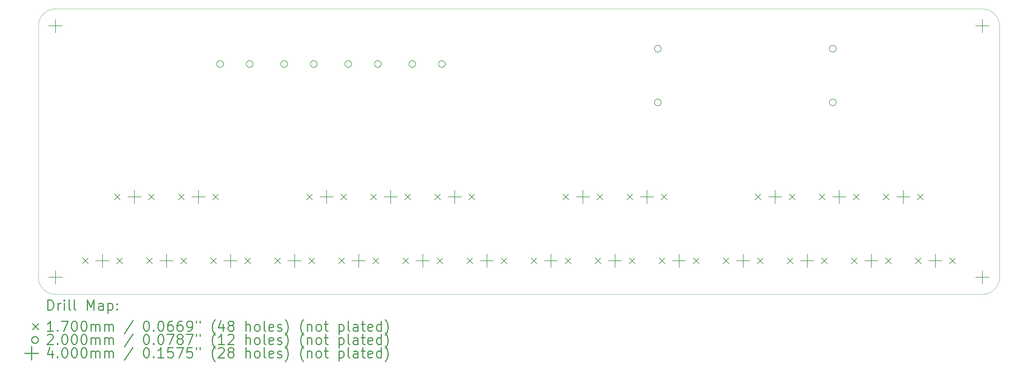
<source format=gbr>
%FSLAX45Y45*%
G04 Gerber Fmt 4.5, Leading zero omitted, Abs format (unit mm)*
G04 Created by KiCad (PCBNEW (5.1.10)-1) date 2021-09-29 18:40:03*
%MOMM*%
%LPD*%
G01*
G04 APERTURE LIST*
%TA.AperFunction,Profile*%
%ADD10C,0.050000*%
%TD*%
%ADD11C,0.200000*%
%ADD12C,0.300000*%
G04 APERTURE END LIST*
D10*
X29210000Y-5397500D02*
X29210000Y-5461000D01*
X29210000Y-5080000D02*
X29210000Y-5397500D01*
X635000Y-5080000D02*
X635000Y-5461000D01*
X28702000Y-4572000D02*
X1143000Y-4572000D01*
X635000Y-5080000D02*
G75*
G02*
X1143000Y-4572000I508000J0D01*
G01*
X29210000Y-5461000D02*
X29210000Y-5969000D01*
X635000Y-12573000D02*
X635000Y-5461000D01*
X29210000Y-12573000D02*
X29210000Y-5969000D01*
X1143000Y-13081000D02*
X28702000Y-13081000D01*
X28702000Y-4572000D02*
G75*
G02*
X29210000Y-5080000I0J-508000D01*
G01*
X29210000Y-12573000D02*
G75*
G02*
X28702000Y-13081000I-508000J0D01*
G01*
X1143000Y-13081000D02*
G75*
G02*
X635000Y-12573000I0J508000D01*
G01*
D11*
X1945500Y-11990000D02*
X2115500Y-12160000D01*
X2115500Y-11990000D02*
X1945500Y-12160000D01*
X2898000Y-10085000D02*
X3068000Y-10255000D01*
X3068000Y-10085000D02*
X2898000Y-10255000D01*
X2961500Y-11990000D02*
X3131500Y-12160000D01*
X3131500Y-11990000D02*
X2961500Y-12160000D01*
X3850500Y-11990000D02*
X4020500Y-12160000D01*
X4020500Y-11990000D02*
X3850500Y-12160000D01*
X3914000Y-10085000D02*
X4084000Y-10255000D01*
X4084000Y-10085000D02*
X3914000Y-10255000D01*
X4803000Y-10085000D02*
X4973000Y-10255000D01*
X4973000Y-10085000D02*
X4803000Y-10255000D01*
X4866500Y-11990000D02*
X5036500Y-12160000D01*
X5036500Y-11990000D02*
X4866500Y-12160000D01*
X5755500Y-11990000D02*
X5925500Y-12160000D01*
X5925500Y-11990000D02*
X5755500Y-12160000D01*
X5819000Y-10085000D02*
X5989000Y-10255000D01*
X5989000Y-10085000D02*
X5819000Y-10255000D01*
X6771500Y-11990000D02*
X6941500Y-12160000D01*
X6941500Y-11990000D02*
X6771500Y-12160000D01*
X7660500Y-11990000D02*
X7830500Y-12160000D01*
X7830500Y-11990000D02*
X7660500Y-12160000D01*
X8613000Y-10085000D02*
X8783000Y-10255000D01*
X8783000Y-10085000D02*
X8613000Y-10255000D01*
X8676500Y-11990000D02*
X8846500Y-12160000D01*
X8846500Y-11990000D02*
X8676500Y-12160000D01*
X9565500Y-11990000D02*
X9735500Y-12160000D01*
X9735500Y-11990000D02*
X9565500Y-12160000D01*
X9629000Y-10085000D02*
X9799000Y-10255000D01*
X9799000Y-10085000D02*
X9629000Y-10255000D01*
X10518000Y-10085000D02*
X10688000Y-10255000D01*
X10688000Y-10085000D02*
X10518000Y-10255000D01*
X10581500Y-11990000D02*
X10751500Y-12160000D01*
X10751500Y-11990000D02*
X10581500Y-12160000D01*
X11470500Y-11990000D02*
X11640500Y-12160000D01*
X11640500Y-11990000D02*
X11470500Y-12160000D01*
X11534000Y-10085000D02*
X11704000Y-10255000D01*
X11704000Y-10085000D02*
X11534000Y-10255000D01*
X12423000Y-10085000D02*
X12593000Y-10255000D01*
X12593000Y-10085000D02*
X12423000Y-10255000D01*
X12486500Y-11990000D02*
X12656500Y-12160000D01*
X12656500Y-11990000D02*
X12486500Y-12160000D01*
X13375500Y-11990000D02*
X13545500Y-12160000D01*
X13545500Y-11990000D02*
X13375500Y-12160000D01*
X13439000Y-10085000D02*
X13609000Y-10255000D01*
X13609000Y-10085000D02*
X13439000Y-10255000D01*
X14391500Y-11990000D02*
X14561500Y-12160000D01*
X14561500Y-11990000D02*
X14391500Y-12160000D01*
X15280500Y-11990000D02*
X15450500Y-12160000D01*
X15450500Y-11990000D02*
X15280500Y-12160000D01*
X16233000Y-10085000D02*
X16403000Y-10255000D01*
X16403000Y-10085000D02*
X16233000Y-10255000D01*
X16296500Y-11990000D02*
X16466500Y-12160000D01*
X16466500Y-11990000D02*
X16296500Y-12160000D01*
X17185500Y-11990000D02*
X17355500Y-12160000D01*
X17355500Y-11990000D02*
X17185500Y-12160000D01*
X17249000Y-10085000D02*
X17419000Y-10255000D01*
X17419000Y-10085000D02*
X17249000Y-10255000D01*
X18138000Y-10085000D02*
X18308000Y-10255000D01*
X18308000Y-10085000D02*
X18138000Y-10255000D01*
X18201500Y-11990000D02*
X18371500Y-12160000D01*
X18371500Y-11990000D02*
X18201500Y-12160000D01*
X19090500Y-11990000D02*
X19260500Y-12160000D01*
X19260500Y-11990000D02*
X19090500Y-12160000D01*
X19154000Y-10085000D02*
X19324000Y-10255000D01*
X19324000Y-10085000D02*
X19154000Y-10255000D01*
X20106500Y-11990000D02*
X20276500Y-12160000D01*
X20276500Y-11990000D02*
X20106500Y-12160000D01*
X20995500Y-11990000D02*
X21165500Y-12160000D01*
X21165500Y-11990000D02*
X20995500Y-12160000D01*
X21948000Y-10085000D02*
X22118000Y-10255000D01*
X22118000Y-10085000D02*
X21948000Y-10255000D01*
X22011500Y-11990000D02*
X22181500Y-12160000D01*
X22181500Y-11990000D02*
X22011500Y-12160000D01*
X22900500Y-11990000D02*
X23070500Y-12160000D01*
X23070500Y-11990000D02*
X22900500Y-12160000D01*
X22964000Y-10085000D02*
X23134000Y-10255000D01*
X23134000Y-10085000D02*
X22964000Y-10255000D01*
X23853000Y-10085000D02*
X24023000Y-10255000D01*
X24023000Y-10085000D02*
X23853000Y-10255000D01*
X23916500Y-11990000D02*
X24086500Y-12160000D01*
X24086500Y-11990000D02*
X23916500Y-12160000D01*
X24805500Y-11990000D02*
X24975500Y-12160000D01*
X24975500Y-11990000D02*
X24805500Y-12160000D01*
X24869000Y-10085000D02*
X25039000Y-10255000D01*
X25039000Y-10085000D02*
X24869000Y-10255000D01*
X25758000Y-10085000D02*
X25928000Y-10255000D01*
X25928000Y-10085000D02*
X25758000Y-10255000D01*
X25821500Y-11990000D02*
X25991500Y-12160000D01*
X25991500Y-11990000D02*
X25821500Y-12160000D01*
X26710500Y-11990000D02*
X26880500Y-12160000D01*
X26880500Y-11990000D02*
X26710500Y-12160000D01*
X26774000Y-10085000D02*
X26944000Y-10255000D01*
X26944000Y-10085000D02*
X26774000Y-10255000D01*
X27726500Y-11990000D02*
X27896500Y-12160000D01*
X27896500Y-11990000D02*
X27726500Y-12160000D01*
X6137500Y-6213500D02*
G75*
G03*
X6137500Y-6213500I-100000J0D01*
G01*
X7017500Y-6213500D02*
G75*
G03*
X7017500Y-6213500I-100000J0D01*
G01*
X8042500Y-6213500D02*
G75*
G03*
X8042500Y-6213500I-100000J0D01*
G01*
X8922500Y-6213500D02*
G75*
G03*
X8922500Y-6213500I-100000J0D01*
G01*
X9947500Y-6213500D02*
G75*
G03*
X9947500Y-6213500I-100000J0D01*
G01*
X10827500Y-6213500D02*
G75*
G03*
X10827500Y-6213500I-100000J0D01*
G01*
X11852500Y-6213500D02*
G75*
G03*
X11852500Y-6213500I-100000J0D01*
G01*
X12732500Y-6213500D02*
G75*
G03*
X12732500Y-6213500I-100000J0D01*
G01*
X19152500Y-5758500D02*
G75*
G03*
X19152500Y-5758500I-100000J0D01*
G01*
X19152500Y-7358500D02*
G75*
G03*
X19152500Y-7358500I-100000J0D01*
G01*
X24352500Y-5758500D02*
G75*
G03*
X24352500Y-5758500I-100000J0D01*
G01*
X24352500Y-7358500D02*
G75*
G03*
X24352500Y-7358500I-100000J0D01*
G01*
X1143000Y-4880000D02*
X1143000Y-5280000D01*
X943000Y-5080000D02*
X1343000Y-5080000D01*
X1143000Y-12373000D02*
X1143000Y-12773000D01*
X943000Y-12573000D02*
X1343000Y-12573000D01*
X2538500Y-11875000D02*
X2538500Y-12275000D01*
X2338500Y-12075000D02*
X2738500Y-12075000D01*
X3491000Y-9970000D02*
X3491000Y-10370000D01*
X3291000Y-10170000D02*
X3691000Y-10170000D01*
X4443500Y-11875000D02*
X4443500Y-12275000D01*
X4243500Y-12075000D02*
X4643500Y-12075000D01*
X5396000Y-9970000D02*
X5396000Y-10370000D01*
X5196000Y-10170000D02*
X5596000Y-10170000D01*
X6348500Y-11875000D02*
X6348500Y-12275000D01*
X6148500Y-12075000D02*
X6548500Y-12075000D01*
X8253500Y-11875000D02*
X8253500Y-12275000D01*
X8053500Y-12075000D02*
X8453500Y-12075000D01*
X9206000Y-9970000D02*
X9206000Y-10370000D01*
X9006000Y-10170000D02*
X9406000Y-10170000D01*
X10158500Y-11875000D02*
X10158500Y-12275000D01*
X9958500Y-12075000D02*
X10358500Y-12075000D01*
X11111000Y-9970000D02*
X11111000Y-10370000D01*
X10911000Y-10170000D02*
X11311000Y-10170000D01*
X12063500Y-11875000D02*
X12063500Y-12275000D01*
X11863500Y-12075000D02*
X12263500Y-12075000D01*
X13016000Y-9970000D02*
X13016000Y-10370000D01*
X12816000Y-10170000D02*
X13216000Y-10170000D01*
X13968500Y-11875000D02*
X13968500Y-12275000D01*
X13768500Y-12075000D02*
X14168500Y-12075000D01*
X15873500Y-11875000D02*
X15873500Y-12275000D01*
X15673500Y-12075000D02*
X16073500Y-12075000D01*
X16826000Y-9970000D02*
X16826000Y-10370000D01*
X16626000Y-10170000D02*
X17026000Y-10170000D01*
X17778500Y-11875000D02*
X17778500Y-12275000D01*
X17578500Y-12075000D02*
X17978500Y-12075000D01*
X18731000Y-9970000D02*
X18731000Y-10370000D01*
X18531000Y-10170000D02*
X18931000Y-10170000D01*
X19683500Y-11875000D02*
X19683500Y-12275000D01*
X19483500Y-12075000D02*
X19883500Y-12075000D01*
X21588500Y-11875000D02*
X21588500Y-12275000D01*
X21388500Y-12075000D02*
X21788500Y-12075000D01*
X22541000Y-9970000D02*
X22541000Y-10370000D01*
X22341000Y-10170000D02*
X22741000Y-10170000D01*
X23493500Y-11875000D02*
X23493500Y-12275000D01*
X23293500Y-12075000D02*
X23693500Y-12075000D01*
X24446000Y-9970000D02*
X24446000Y-10370000D01*
X24246000Y-10170000D02*
X24646000Y-10170000D01*
X25398500Y-11875000D02*
X25398500Y-12275000D01*
X25198500Y-12075000D02*
X25598500Y-12075000D01*
X26351000Y-9970000D02*
X26351000Y-10370000D01*
X26151000Y-10170000D02*
X26551000Y-10170000D01*
X27303500Y-11875000D02*
X27303500Y-12275000D01*
X27103500Y-12075000D02*
X27503500Y-12075000D01*
X28702000Y-4880000D02*
X28702000Y-5280000D01*
X28502000Y-5080000D02*
X28902000Y-5080000D01*
X28702000Y-12373000D02*
X28702000Y-12773000D01*
X28502000Y-12573000D02*
X28902000Y-12573000D01*
D12*
X918928Y-13549214D02*
X918928Y-13249214D01*
X990357Y-13249214D01*
X1033214Y-13263500D01*
X1061786Y-13292071D01*
X1076071Y-13320643D01*
X1090357Y-13377786D01*
X1090357Y-13420643D01*
X1076071Y-13477786D01*
X1061786Y-13506357D01*
X1033214Y-13534929D01*
X990357Y-13549214D01*
X918928Y-13549214D01*
X1218928Y-13549214D02*
X1218928Y-13349214D01*
X1218928Y-13406357D02*
X1233214Y-13377786D01*
X1247500Y-13363500D01*
X1276071Y-13349214D01*
X1304643Y-13349214D01*
X1404643Y-13549214D02*
X1404643Y-13349214D01*
X1404643Y-13249214D02*
X1390357Y-13263500D01*
X1404643Y-13277786D01*
X1418928Y-13263500D01*
X1404643Y-13249214D01*
X1404643Y-13277786D01*
X1590357Y-13549214D02*
X1561786Y-13534929D01*
X1547500Y-13506357D01*
X1547500Y-13249214D01*
X1747500Y-13549214D02*
X1718928Y-13534929D01*
X1704643Y-13506357D01*
X1704643Y-13249214D01*
X2090357Y-13549214D02*
X2090357Y-13249214D01*
X2190357Y-13463500D01*
X2290357Y-13249214D01*
X2290357Y-13549214D01*
X2561786Y-13549214D02*
X2561786Y-13392071D01*
X2547500Y-13363500D01*
X2518928Y-13349214D01*
X2461786Y-13349214D01*
X2433214Y-13363500D01*
X2561786Y-13534929D02*
X2533214Y-13549214D01*
X2461786Y-13549214D01*
X2433214Y-13534929D01*
X2418928Y-13506357D01*
X2418928Y-13477786D01*
X2433214Y-13449214D01*
X2461786Y-13434929D01*
X2533214Y-13434929D01*
X2561786Y-13420643D01*
X2704643Y-13349214D02*
X2704643Y-13649214D01*
X2704643Y-13363500D02*
X2733214Y-13349214D01*
X2790357Y-13349214D01*
X2818928Y-13363500D01*
X2833214Y-13377786D01*
X2847500Y-13406357D01*
X2847500Y-13492071D01*
X2833214Y-13520643D01*
X2818928Y-13534929D01*
X2790357Y-13549214D01*
X2733214Y-13549214D01*
X2704643Y-13534929D01*
X2976071Y-13520643D02*
X2990357Y-13534929D01*
X2976071Y-13549214D01*
X2961786Y-13534929D01*
X2976071Y-13520643D01*
X2976071Y-13549214D01*
X2976071Y-13363500D02*
X2990357Y-13377786D01*
X2976071Y-13392071D01*
X2961786Y-13377786D01*
X2976071Y-13363500D01*
X2976071Y-13392071D01*
X462500Y-13958500D02*
X632500Y-14128500D01*
X632500Y-13958500D02*
X462500Y-14128500D01*
X1076071Y-14179214D02*
X904643Y-14179214D01*
X990357Y-14179214D02*
X990357Y-13879214D01*
X961786Y-13922071D01*
X933214Y-13950643D01*
X904643Y-13964929D01*
X1204643Y-14150643D02*
X1218928Y-14164929D01*
X1204643Y-14179214D01*
X1190357Y-14164929D01*
X1204643Y-14150643D01*
X1204643Y-14179214D01*
X1318928Y-13879214D02*
X1518928Y-13879214D01*
X1390357Y-14179214D01*
X1690357Y-13879214D02*
X1718928Y-13879214D01*
X1747500Y-13893500D01*
X1761786Y-13907786D01*
X1776071Y-13936357D01*
X1790357Y-13993500D01*
X1790357Y-14064929D01*
X1776071Y-14122071D01*
X1761786Y-14150643D01*
X1747500Y-14164929D01*
X1718928Y-14179214D01*
X1690357Y-14179214D01*
X1661786Y-14164929D01*
X1647500Y-14150643D01*
X1633214Y-14122071D01*
X1618928Y-14064929D01*
X1618928Y-13993500D01*
X1633214Y-13936357D01*
X1647500Y-13907786D01*
X1661786Y-13893500D01*
X1690357Y-13879214D01*
X1976071Y-13879214D02*
X2004643Y-13879214D01*
X2033214Y-13893500D01*
X2047500Y-13907786D01*
X2061786Y-13936357D01*
X2076071Y-13993500D01*
X2076071Y-14064929D01*
X2061786Y-14122071D01*
X2047500Y-14150643D01*
X2033214Y-14164929D01*
X2004643Y-14179214D01*
X1976071Y-14179214D01*
X1947500Y-14164929D01*
X1933214Y-14150643D01*
X1918928Y-14122071D01*
X1904643Y-14064929D01*
X1904643Y-13993500D01*
X1918928Y-13936357D01*
X1933214Y-13907786D01*
X1947500Y-13893500D01*
X1976071Y-13879214D01*
X2204643Y-14179214D02*
X2204643Y-13979214D01*
X2204643Y-14007786D02*
X2218928Y-13993500D01*
X2247500Y-13979214D01*
X2290357Y-13979214D01*
X2318928Y-13993500D01*
X2333214Y-14022071D01*
X2333214Y-14179214D01*
X2333214Y-14022071D02*
X2347500Y-13993500D01*
X2376071Y-13979214D01*
X2418928Y-13979214D01*
X2447500Y-13993500D01*
X2461786Y-14022071D01*
X2461786Y-14179214D01*
X2604643Y-14179214D02*
X2604643Y-13979214D01*
X2604643Y-14007786D02*
X2618928Y-13993500D01*
X2647500Y-13979214D01*
X2690357Y-13979214D01*
X2718928Y-13993500D01*
X2733214Y-14022071D01*
X2733214Y-14179214D01*
X2733214Y-14022071D02*
X2747500Y-13993500D01*
X2776071Y-13979214D01*
X2818928Y-13979214D01*
X2847500Y-13993500D01*
X2861786Y-14022071D01*
X2861786Y-14179214D01*
X3447500Y-13864929D02*
X3190357Y-14250643D01*
X3833214Y-13879214D02*
X3861786Y-13879214D01*
X3890357Y-13893500D01*
X3904643Y-13907786D01*
X3918928Y-13936357D01*
X3933214Y-13993500D01*
X3933214Y-14064929D01*
X3918928Y-14122071D01*
X3904643Y-14150643D01*
X3890357Y-14164929D01*
X3861786Y-14179214D01*
X3833214Y-14179214D01*
X3804643Y-14164929D01*
X3790357Y-14150643D01*
X3776071Y-14122071D01*
X3761786Y-14064929D01*
X3761786Y-13993500D01*
X3776071Y-13936357D01*
X3790357Y-13907786D01*
X3804643Y-13893500D01*
X3833214Y-13879214D01*
X4061786Y-14150643D02*
X4076071Y-14164929D01*
X4061786Y-14179214D01*
X4047500Y-14164929D01*
X4061786Y-14150643D01*
X4061786Y-14179214D01*
X4261786Y-13879214D02*
X4290357Y-13879214D01*
X4318928Y-13893500D01*
X4333214Y-13907786D01*
X4347500Y-13936357D01*
X4361786Y-13993500D01*
X4361786Y-14064929D01*
X4347500Y-14122071D01*
X4333214Y-14150643D01*
X4318928Y-14164929D01*
X4290357Y-14179214D01*
X4261786Y-14179214D01*
X4233214Y-14164929D01*
X4218928Y-14150643D01*
X4204643Y-14122071D01*
X4190357Y-14064929D01*
X4190357Y-13993500D01*
X4204643Y-13936357D01*
X4218928Y-13907786D01*
X4233214Y-13893500D01*
X4261786Y-13879214D01*
X4618928Y-13879214D02*
X4561786Y-13879214D01*
X4533214Y-13893500D01*
X4518928Y-13907786D01*
X4490357Y-13950643D01*
X4476071Y-14007786D01*
X4476071Y-14122071D01*
X4490357Y-14150643D01*
X4504643Y-14164929D01*
X4533214Y-14179214D01*
X4590357Y-14179214D01*
X4618928Y-14164929D01*
X4633214Y-14150643D01*
X4647500Y-14122071D01*
X4647500Y-14050643D01*
X4633214Y-14022071D01*
X4618928Y-14007786D01*
X4590357Y-13993500D01*
X4533214Y-13993500D01*
X4504643Y-14007786D01*
X4490357Y-14022071D01*
X4476071Y-14050643D01*
X4904643Y-13879214D02*
X4847500Y-13879214D01*
X4818928Y-13893500D01*
X4804643Y-13907786D01*
X4776071Y-13950643D01*
X4761786Y-14007786D01*
X4761786Y-14122071D01*
X4776071Y-14150643D01*
X4790357Y-14164929D01*
X4818928Y-14179214D01*
X4876071Y-14179214D01*
X4904643Y-14164929D01*
X4918928Y-14150643D01*
X4933214Y-14122071D01*
X4933214Y-14050643D01*
X4918928Y-14022071D01*
X4904643Y-14007786D01*
X4876071Y-13993500D01*
X4818928Y-13993500D01*
X4790357Y-14007786D01*
X4776071Y-14022071D01*
X4761786Y-14050643D01*
X5076071Y-14179214D02*
X5133214Y-14179214D01*
X5161786Y-14164929D01*
X5176071Y-14150643D01*
X5204643Y-14107786D01*
X5218928Y-14050643D01*
X5218928Y-13936357D01*
X5204643Y-13907786D01*
X5190357Y-13893500D01*
X5161786Y-13879214D01*
X5104643Y-13879214D01*
X5076071Y-13893500D01*
X5061786Y-13907786D01*
X5047500Y-13936357D01*
X5047500Y-14007786D01*
X5061786Y-14036357D01*
X5076071Y-14050643D01*
X5104643Y-14064929D01*
X5161786Y-14064929D01*
X5190357Y-14050643D01*
X5204643Y-14036357D01*
X5218928Y-14007786D01*
X5333214Y-13879214D02*
X5333214Y-13936357D01*
X5447500Y-13879214D02*
X5447500Y-13936357D01*
X5890357Y-14293500D02*
X5876071Y-14279214D01*
X5847500Y-14236357D01*
X5833214Y-14207786D01*
X5818928Y-14164929D01*
X5804643Y-14093500D01*
X5804643Y-14036357D01*
X5818928Y-13964929D01*
X5833214Y-13922071D01*
X5847500Y-13893500D01*
X5876071Y-13850643D01*
X5890357Y-13836357D01*
X6133214Y-13979214D02*
X6133214Y-14179214D01*
X6061786Y-13864929D02*
X5990357Y-14079214D01*
X6176071Y-14079214D01*
X6333214Y-14007786D02*
X6304643Y-13993500D01*
X6290357Y-13979214D01*
X6276071Y-13950643D01*
X6276071Y-13936357D01*
X6290357Y-13907786D01*
X6304643Y-13893500D01*
X6333214Y-13879214D01*
X6390357Y-13879214D01*
X6418928Y-13893500D01*
X6433214Y-13907786D01*
X6447500Y-13936357D01*
X6447500Y-13950643D01*
X6433214Y-13979214D01*
X6418928Y-13993500D01*
X6390357Y-14007786D01*
X6333214Y-14007786D01*
X6304643Y-14022071D01*
X6290357Y-14036357D01*
X6276071Y-14064929D01*
X6276071Y-14122071D01*
X6290357Y-14150643D01*
X6304643Y-14164929D01*
X6333214Y-14179214D01*
X6390357Y-14179214D01*
X6418928Y-14164929D01*
X6433214Y-14150643D01*
X6447500Y-14122071D01*
X6447500Y-14064929D01*
X6433214Y-14036357D01*
X6418928Y-14022071D01*
X6390357Y-14007786D01*
X6804643Y-14179214D02*
X6804643Y-13879214D01*
X6933214Y-14179214D02*
X6933214Y-14022071D01*
X6918928Y-13993500D01*
X6890357Y-13979214D01*
X6847500Y-13979214D01*
X6818928Y-13993500D01*
X6804643Y-14007786D01*
X7118928Y-14179214D02*
X7090357Y-14164929D01*
X7076071Y-14150643D01*
X7061786Y-14122071D01*
X7061786Y-14036357D01*
X7076071Y-14007786D01*
X7090357Y-13993500D01*
X7118928Y-13979214D01*
X7161786Y-13979214D01*
X7190357Y-13993500D01*
X7204643Y-14007786D01*
X7218928Y-14036357D01*
X7218928Y-14122071D01*
X7204643Y-14150643D01*
X7190357Y-14164929D01*
X7161786Y-14179214D01*
X7118928Y-14179214D01*
X7390357Y-14179214D02*
X7361786Y-14164929D01*
X7347500Y-14136357D01*
X7347500Y-13879214D01*
X7618928Y-14164929D02*
X7590357Y-14179214D01*
X7533214Y-14179214D01*
X7504643Y-14164929D01*
X7490357Y-14136357D01*
X7490357Y-14022071D01*
X7504643Y-13993500D01*
X7533214Y-13979214D01*
X7590357Y-13979214D01*
X7618928Y-13993500D01*
X7633214Y-14022071D01*
X7633214Y-14050643D01*
X7490357Y-14079214D01*
X7747500Y-14164929D02*
X7776071Y-14179214D01*
X7833214Y-14179214D01*
X7861786Y-14164929D01*
X7876071Y-14136357D01*
X7876071Y-14122071D01*
X7861786Y-14093500D01*
X7833214Y-14079214D01*
X7790357Y-14079214D01*
X7761786Y-14064929D01*
X7747500Y-14036357D01*
X7747500Y-14022071D01*
X7761786Y-13993500D01*
X7790357Y-13979214D01*
X7833214Y-13979214D01*
X7861786Y-13993500D01*
X7976071Y-14293500D02*
X7990357Y-14279214D01*
X8018928Y-14236357D01*
X8033214Y-14207786D01*
X8047500Y-14164929D01*
X8061786Y-14093500D01*
X8061786Y-14036357D01*
X8047500Y-13964929D01*
X8033214Y-13922071D01*
X8018928Y-13893500D01*
X7990357Y-13850643D01*
X7976071Y-13836357D01*
X8518928Y-14293500D02*
X8504643Y-14279214D01*
X8476071Y-14236357D01*
X8461786Y-14207786D01*
X8447500Y-14164929D01*
X8433214Y-14093500D01*
X8433214Y-14036357D01*
X8447500Y-13964929D01*
X8461786Y-13922071D01*
X8476071Y-13893500D01*
X8504643Y-13850643D01*
X8518928Y-13836357D01*
X8633214Y-13979214D02*
X8633214Y-14179214D01*
X8633214Y-14007786D02*
X8647500Y-13993500D01*
X8676071Y-13979214D01*
X8718928Y-13979214D01*
X8747500Y-13993500D01*
X8761786Y-14022071D01*
X8761786Y-14179214D01*
X8947500Y-14179214D02*
X8918928Y-14164929D01*
X8904643Y-14150643D01*
X8890357Y-14122071D01*
X8890357Y-14036357D01*
X8904643Y-14007786D01*
X8918928Y-13993500D01*
X8947500Y-13979214D01*
X8990357Y-13979214D01*
X9018928Y-13993500D01*
X9033214Y-14007786D01*
X9047500Y-14036357D01*
X9047500Y-14122071D01*
X9033214Y-14150643D01*
X9018928Y-14164929D01*
X8990357Y-14179214D01*
X8947500Y-14179214D01*
X9133214Y-13979214D02*
X9247500Y-13979214D01*
X9176071Y-13879214D02*
X9176071Y-14136357D01*
X9190357Y-14164929D01*
X9218928Y-14179214D01*
X9247500Y-14179214D01*
X9576071Y-13979214D02*
X9576071Y-14279214D01*
X9576071Y-13993500D02*
X9604643Y-13979214D01*
X9661786Y-13979214D01*
X9690357Y-13993500D01*
X9704643Y-14007786D01*
X9718928Y-14036357D01*
X9718928Y-14122071D01*
X9704643Y-14150643D01*
X9690357Y-14164929D01*
X9661786Y-14179214D01*
X9604643Y-14179214D01*
X9576071Y-14164929D01*
X9890357Y-14179214D02*
X9861786Y-14164929D01*
X9847500Y-14136357D01*
X9847500Y-13879214D01*
X10133214Y-14179214D02*
X10133214Y-14022071D01*
X10118928Y-13993500D01*
X10090357Y-13979214D01*
X10033214Y-13979214D01*
X10004643Y-13993500D01*
X10133214Y-14164929D02*
X10104643Y-14179214D01*
X10033214Y-14179214D01*
X10004643Y-14164929D01*
X9990357Y-14136357D01*
X9990357Y-14107786D01*
X10004643Y-14079214D01*
X10033214Y-14064929D01*
X10104643Y-14064929D01*
X10133214Y-14050643D01*
X10233214Y-13979214D02*
X10347500Y-13979214D01*
X10276071Y-13879214D02*
X10276071Y-14136357D01*
X10290357Y-14164929D01*
X10318928Y-14179214D01*
X10347500Y-14179214D01*
X10561786Y-14164929D02*
X10533214Y-14179214D01*
X10476071Y-14179214D01*
X10447500Y-14164929D01*
X10433214Y-14136357D01*
X10433214Y-14022071D01*
X10447500Y-13993500D01*
X10476071Y-13979214D01*
X10533214Y-13979214D01*
X10561786Y-13993500D01*
X10576071Y-14022071D01*
X10576071Y-14050643D01*
X10433214Y-14079214D01*
X10833214Y-14179214D02*
X10833214Y-13879214D01*
X10833214Y-14164929D02*
X10804643Y-14179214D01*
X10747500Y-14179214D01*
X10718928Y-14164929D01*
X10704643Y-14150643D01*
X10690357Y-14122071D01*
X10690357Y-14036357D01*
X10704643Y-14007786D01*
X10718928Y-13993500D01*
X10747500Y-13979214D01*
X10804643Y-13979214D01*
X10833214Y-13993500D01*
X10947500Y-14293500D02*
X10961786Y-14279214D01*
X10990357Y-14236357D01*
X11004643Y-14207786D01*
X11018928Y-14164929D01*
X11033214Y-14093500D01*
X11033214Y-14036357D01*
X11018928Y-13964929D01*
X11004643Y-13922071D01*
X10990357Y-13893500D01*
X10961786Y-13850643D01*
X10947500Y-13836357D01*
X632500Y-14439500D02*
G75*
G03*
X632500Y-14439500I-100000J0D01*
G01*
X904643Y-14303786D02*
X918928Y-14289500D01*
X947500Y-14275214D01*
X1018928Y-14275214D01*
X1047500Y-14289500D01*
X1061786Y-14303786D01*
X1076071Y-14332357D01*
X1076071Y-14360929D01*
X1061786Y-14403786D01*
X890357Y-14575214D01*
X1076071Y-14575214D01*
X1204643Y-14546643D02*
X1218928Y-14560929D01*
X1204643Y-14575214D01*
X1190357Y-14560929D01*
X1204643Y-14546643D01*
X1204643Y-14575214D01*
X1404643Y-14275214D02*
X1433214Y-14275214D01*
X1461786Y-14289500D01*
X1476071Y-14303786D01*
X1490357Y-14332357D01*
X1504643Y-14389500D01*
X1504643Y-14460929D01*
X1490357Y-14518071D01*
X1476071Y-14546643D01*
X1461786Y-14560929D01*
X1433214Y-14575214D01*
X1404643Y-14575214D01*
X1376071Y-14560929D01*
X1361786Y-14546643D01*
X1347500Y-14518071D01*
X1333214Y-14460929D01*
X1333214Y-14389500D01*
X1347500Y-14332357D01*
X1361786Y-14303786D01*
X1376071Y-14289500D01*
X1404643Y-14275214D01*
X1690357Y-14275214D02*
X1718928Y-14275214D01*
X1747500Y-14289500D01*
X1761786Y-14303786D01*
X1776071Y-14332357D01*
X1790357Y-14389500D01*
X1790357Y-14460929D01*
X1776071Y-14518071D01*
X1761786Y-14546643D01*
X1747500Y-14560929D01*
X1718928Y-14575214D01*
X1690357Y-14575214D01*
X1661786Y-14560929D01*
X1647500Y-14546643D01*
X1633214Y-14518071D01*
X1618928Y-14460929D01*
X1618928Y-14389500D01*
X1633214Y-14332357D01*
X1647500Y-14303786D01*
X1661786Y-14289500D01*
X1690357Y-14275214D01*
X1976071Y-14275214D02*
X2004643Y-14275214D01*
X2033214Y-14289500D01*
X2047500Y-14303786D01*
X2061786Y-14332357D01*
X2076071Y-14389500D01*
X2076071Y-14460929D01*
X2061786Y-14518071D01*
X2047500Y-14546643D01*
X2033214Y-14560929D01*
X2004643Y-14575214D01*
X1976071Y-14575214D01*
X1947500Y-14560929D01*
X1933214Y-14546643D01*
X1918928Y-14518071D01*
X1904643Y-14460929D01*
X1904643Y-14389500D01*
X1918928Y-14332357D01*
X1933214Y-14303786D01*
X1947500Y-14289500D01*
X1976071Y-14275214D01*
X2204643Y-14575214D02*
X2204643Y-14375214D01*
X2204643Y-14403786D02*
X2218928Y-14389500D01*
X2247500Y-14375214D01*
X2290357Y-14375214D01*
X2318928Y-14389500D01*
X2333214Y-14418071D01*
X2333214Y-14575214D01*
X2333214Y-14418071D02*
X2347500Y-14389500D01*
X2376071Y-14375214D01*
X2418928Y-14375214D01*
X2447500Y-14389500D01*
X2461786Y-14418071D01*
X2461786Y-14575214D01*
X2604643Y-14575214D02*
X2604643Y-14375214D01*
X2604643Y-14403786D02*
X2618928Y-14389500D01*
X2647500Y-14375214D01*
X2690357Y-14375214D01*
X2718928Y-14389500D01*
X2733214Y-14418071D01*
X2733214Y-14575214D01*
X2733214Y-14418071D02*
X2747500Y-14389500D01*
X2776071Y-14375214D01*
X2818928Y-14375214D01*
X2847500Y-14389500D01*
X2861786Y-14418071D01*
X2861786Y-14575214D01*
X3447500Y-14260929D02*
X3190357Y-14646643D01*
X3833214Y-14275214D02*
X3861786Y-14275214D01*
X3890357Y-14289500D01*
X3904643Y-14303786D01*
X3918928Y-14332357D01*
X3933214Y-14389500D01*
X3933214Y-14460929D01*
X3918928Y-14518071D01*
X3904643Y-14546643D01*
X3890357Y-14560929D01*
X3861786Y-14575214D01*
X3833214Y-14575214D01*
X3804643Y-14560929D01*
X3790357Y-14546643D01*
X3776071Y-14518071D01*
X3761786Y-14460929D01*
X3761786Y-14389500D01*
X3776071Y-14332357D01*
X3790357Y-14303786D01*
X3804643Y-14289500D01*
X3833214Y-14275214D01*
X4061786Y-14546643D02*
X4076071Y-14560929D01*
X4061786Y-14575214D01*
X4047500Y-14560929D01*
X4061786Y-14546643D01*
X4061786Y-14575214D01*
X4261786Y-14275214D02*
X4290357Y-14275214D01*
X4318928Y-14289500D01*
X4333214Y-14303786D01*
X4347500Y-14332357D01*
X4361786Y-14389500D01*
X4361786Y-14460929D01*
X4347500Y-14518071D01*
X4333214Y-14546643D01*
X4318928Y-14560929D01*
X4290357Y-14575214D01*
X4261786Y-14575214D01*
X4233214Y-14560929D01*
X4218928Y-14546643D01*
X4204643Y-14518071D01*
X4190357Y-14460929D01*
X4190357Y-14389500D01*
X4204643Y-14332357D01*
X4218928Y-14303786D01*
X4233214Y-14289500D01*
X4261786Y-14275214D01*
X4461786Y-14275214D02*
X4661786Y-14275214D01*
X4533214Y-14575214D01*
X4818928Y-14403786D02*
X4790357Y-14389500D01*
X4776071Y-14375214D01*
X4761786Y-14346643D01*
X4761786Y-14332357D01*
X4776071Y-14303786D01*
X4790357Y-14289500D01*
X4818928Y-14275214D01*
X4876071Y-14275214D01*
X4904643Y-14289500D01*
X4918928Y-14303786D01*
X4933214Y-14332357D01*
X4933214Y-14346643D01*
X4918928Y-14375214D01*
X4904643Y-14389500D01*
X4876071Y-14403786D01*
X4818928Y-14403786D01*
X4790357Y-14418071D01*
X4776071Y-14432357D01*
X4761786Y-14460929D01*
X4761786Y-14518071D01*
X4776071Y-14546643D01*
X4790357Y-14560929D01*
X4818928Y-14575214D01*
X4876071Y-14575214D01*
X4904643Y-14560929D01*
X4918928Y-14546643D01*
X4933214Y-14518071D01*
X4933214Y-14460929D01*
X4918928Y-14432357D01*
X4904643Y-14418071D01*
X4876071Y-14403786D01*
X5033214Y-14275214D02*
X5233214Y-14275214D01*
X5104643Y-14575214D01*
X5333214Y-14275214D02*
X5333214Y-14332357D01*
X5447500Y-14275214D02*
X5447500Y-14332357D01*
X5890357Y-14689500D02*
X5876071Y-14675214D01*
X5847500Y-14632357D01*
X5833214Y-14603786D01*
X5818928Y-14560929D01*
X5804643Y-14489500D01*
X5804643Y-14432357D01*
X5818928Y-14360929D01*
X5833214Y-14318071D01*
X5847500Y-14289500D01*
X5876071Y-14246643D01*
X5890357Y-14232357D01*
X6161786Y-14575214D02*
X5990357Y-14575214D01*
X6076071Y-14575214D02*
X6076071Y-14275214D01*
X6047500Y-14318071D01*
X6018928Y-14346643D01*
X5990357Y-14360929D01*
X6276071Y-14303786D02*
X6290357Y-14289500D01*
X6318928Y-14275214D01*
X6390357Y-14275214D01*
X6418928Y-14289500D01*
X6433214Y-14303786D01*
X6447500Y-14332357D01*
X6447500Y-14360929D01*
X6433214Y-14403786D01*
X6261786Y-14575214D01*
X6447500Y-14575214D01*
X6804643Y-14575214D02*
X6804643Y-14275214D01*
X6933214Y-14575214D02*
X6933214Y-14418071D01*
X6918928Y-14389500D01*
X6890357Y-14375214D01*
X6847500Y-14375214D01*
X6818928Y-14389500D01*
X6804643Y-14403786D01*
X7118928Y-14575214D02*
X7090357Y-14560929D01*
X7076071Y-14546643D01*
X7061786Y-14518071D01*
X7061786Y-14432357D01*
X7076071Y-14403786D01*
X7090357Y-14389500D01*
X7118928Y-14375214D01*
X7161786Y-14375214D01*
X7190357Y-14389500D01*
X7204643Y-14403786D01*
X7218928Y-14432357D01*
X7218928Y-14518071D01*
X7204643Y-14546643D01*
X7190357Y-14560929D01*
X7161786Y-14575214D01*
X7118928Y-14575214D01*
X7390357Y-14575214D02*
X7361786Y-14560929D01*
X7347500Y-14532357D01*
X7347500Y-14275214D01*
X7618928Y-14560929D02*
X7590357Y-14575214D01*
X7533214Y-14575214D01*
X7504643Y-14560929D01*
X7490357Y-14532357D01*
X7490357Y-14418071D01*
X7504643Y-14389500D01*
X7533214Y-14375214D01*
X7590357Y-14375214D01*
X7618928Y-14389500D01*
X7633214Y-14418071D01*
X7633214Y-14446643D01*
X7490357Y-14475214D01*
X7747500Y-14560929D02*
X7776071Y-14575214D01*
X7833214Y-14575214D01*
X7861786Y-14560929D01*
X7876071Y-14532357D01*
X7876071Y-14518071D01*
X7861786Y-14489500D01*
X7833214Y-14475214D01*
X7790357Y-14475214D01*
X7761786Y-14460929D01*
X7747500Y-14432357D01*
X7747500Y-14418071D01*
X7761786Y-14389500D01*
X7790357Y-14375214D01*
X7833214Y-14375214D01*
X7861786Y-14389500D01*
X7976071Y-14689500D02*
X7990357Y-14675214D01*
X8018928Y-14632357D01*
X8033214Y-14603786D01*
X8047500Y-14560929D01*
X8061786Y-14489500D01*
X8061786Y-14432357D01*
X8047500Y-14360929D01*
X8033214Y-14318071D01*
X8018928Y-14289500D01*
X7990357Y-14246643D01*
X7976071Y-14232357D01*
X8518928Y-14689500D02*
X8504643Y-14675214D01*
X8476071Y-14632357D01*
X8461786Y-14603786D01*
X8447500Y-14560929D01*
X8433214Y-14489500D01*
X8433214Y-14432357D01*
X8447500Y-14360929D01*
X8461786Y-14318071D01*
X8476071Y-14289500D01*
X8504643Y-14246643D01*
X8518928Y-14232357D01*
X8633214Y-14375214D02*
X8633214Y-14575214D01*
X8633214Y-14403786D02*
X8647500Y-14389500D01*
X8676071Y-14375214D01*
X8718928Y-14375214D01*
X8747500Y-14389500D01*
X8761786Y-14418071D01*
X8761786Y-14575214D01*
X8947500Y-14575214D02*
X8918928Y-14560929D01*
X8904643Y-14546643D01*
X8890357Y-14518071D01*
X8890357Y-14432357D01*
X8904643Y-14403786D01*
X8918928Y-14389500D01*
X8947500Y-14375214D01*
X8990357Y-14375214D01*
X9018928Y-14389500D01*
X9033214Y-14403786D01*
X9047500Y-14432357D01*
X9047500Y-14518071D01*
X9033214Y-14546643D01*
X9018928Y-14560929D01*
X8990357Y-14575214D01*
X8947500Y-14575214D01*
X9133214Y-14375214D02*
X9247500Y-14375214D01*
X9176071Y-14275214D02*
X9176071Y-14532357D01*
X9190357Y-14560929D01*
X9218928Y-14575214D01*
X9247500Y-14575214D01*
X9576071Y-14375214D02*
X9576071Y-14675214D01*
X9576071Y-14389500D02*
X9604643Y-14375214D01*
X9661786Y-14375214D01*
X9690357Y-14389500D01*
X9704643Y-14403786D01*
X9718928Y-14432357D01*
X9718928Y-14518071D01*
X9704643Y-14546643D01*
X9690357Y-14560929D01*
X9661786Y-14575214D01*
X9604643Y-14575214D01*
X9576071Y-14560929D01*
X9890357Y-14575214D02*
X9861786Y-14560929D01*
X9847500Y-14532357D01*
X9847500Y-14275214D01*
X10133214Y-14575214D02*
X10133214Y-14418071D01*
X10118928Y-14389500D01*
X10090357Y-14375214D01*
X10033214Y-14375214D01*
X10004643Y-14389500D01*
X10133214Y-14560929D02*
X10104643Y-14575214D01*
X10033214Y-14575214D01*
X10004643Y-14560929D01*
X9990357Y-14532357D01*
X9990357Y-14503786D01*
X10004643Y-14475214D01*
X10033214Y-14460929D01*
X10104643Y-14460929D01*
X10133214Y-14446643D01*
X10233214Y-14375214D02*
X10347500Y-14375214D01*
X10276071Y-14275214D02*
X10276071Y-14532357D01*
X10290357Y-14560929D01*
X10318928Y-14575214D01*
X10347500Y-14575214D01*
X10561786Y-14560929D02*
X10533214Y-14575214D01*
X10476071Y-14575214D01*
X10447500Y-14560929D01*
X10433214Y-14532357D01*
X10433214Y-14418071D01*
X10447500Y-14389500D01*
X10476071Y-14375214D01*
X10533214Y-14375214D01*
X10561786Y-14389500D01*
X10576071Y-14418071D01*
X10576071Y-14446643D01*
X10433214Y-14475214D01*
X10833214Y-14575214D02*
X10833214Y-14275214D01*
X10833214Y-14560929D02*
X10804643Y-14575214D01*
X10747500Y-14575214D01*
X10718928Y-14560929D01*
X10704643Y-14546643D01*
X10690357Y-14518071D01*
X10690357Y-14432357D01*
X10704643Y-14403786D01*
X10718928Y-14389500D01*
X10747500Y-14375214D01*
X10804643Y-14375214D01*
X10833214Y-14389500D01*
X10947500Y-14689500D02*
X10961786Y-14675214D01*
X10990357Y-14632357D01*
X11004643Y-14603786D01*
X11018928Y-14560929D01*
X11033214Y-14489500D01*
X11033214Y-14432357D01*
X11018928Y-14360929D01*
X11004643Y-14318071D01*
X10990357Y-14289500D01*
X10961786Y-14246643D01*
X10947500Y-14232357D01*
X432500Y-14635500D02*
X432500Y-15035500D01*
X232500Y-14835500D02*
X632500Y-14835500D01*
X1047500Y-14771214D02*
X1047500Y-14971214D01*
X976071Y-14656929D02*
X904643Y-14871214D01*
X1090357Y-14871214D01*
X1204643Y-14942643D02*
X1218928Y-14956929D01*
X1204643Y-14971214D01*
X1190357Y-14956929D01*
X1204643Y-14942643D01*
X1204643Y-14971214D01*
X1404643Y-14671214D02*
X1433214Y-14671214D01*
X1461786Y-14685500D01*
X1476071Y-14699786D01*
X1490357Y-14728357D01*
X1504643Y-14785500D01*
X1504643Y-14856929D01*
X1490357Y-14914071D01*
X1476071Y-14942643D01*
X1461786Y-14956929D01*
X1433214Y-14971214D01*
X1404643Y-14971214D01*
X1376071Y-14956929D01*
X1361786Y-14942643D01*
X1347500Y-14914071D01*
X1333214Y-14856929D01*
X1333214Y-14785500D01*
X1347500Y-14728357D01*
X1361786Y-14699786D01*
X1376071Y-14685500D01*
X1404643Y-14671214D01*
X1690357Y-14671214D02*
X1718928Y-14671214D01*
X1747500Y-14685500D01*
X1761786Y-14699786D01*
X1776071Y-14728357D01*
X1790357Y-14785500D01*
X1790357Y-14856929D01*
X1776071Y-14914071D01*
X1761786Y-14942643D01*
X1747500Y-14956929D01*
X1718928Y-14971214D01*
X1690357Y-14971214D01*
X1661786Y-14956929D01*
X1647500Y-14942643D01*
X1633214Y-14914071D01*
X1618928Y-14856929D01*
X1618928Y-14785500D01*
X1633214Y-14728357D01*
X1647500Y-14699786D01*
X1661786Y-14685500D01*
X1690357Y-14671214D01*
X1976071Y-14671214D02*
X2004643Y-14671214D01*
X2033214Y-14685500D01*
X2047500Y-14699786D01*
X2061786Y-14728357D01*
X2076071Y-14785500D01*
X2076071Y-14856929D01*
X2061786Y-14914071D01*
X2047500Y-14942643D01*
X2033214Y-14956929D01*
X2004643Y-14971214D01*
X1976071Y-14971214D01*
X1947500Y-14956929D01*
X1933214Y-14942643D01*
X1918928Y-14914071D01*
X1904643Y-14856929D01*
X1904643Y-14785500D01*
X1918928Y-14728357D01*
X1933214Y-14699786D01*
X1947500Y-14685500D01*
X1976071Y-14671214D01*
X2204643Y-14971214D02*
X2204643Y-14771214D01*
X2204643Y-14799786D02*
X2218928Y-14785500D01*
X2247500Y-14771214D01*
X2290357Y-14771214D01*
X2318928Y-14785500D01*
X2333214Y-14814071D01*
X2333214Y-14971214D01*
X2333214Y-14814071D02*
X2347500Y-14785500D01*
X2376071Y-14771214D01*
X2418928Y-14771214D01*
X2447500Y-14785500D01*
X2461786Y-14814071D01*
X2461786Y-14971214D01*
X2604643Y-14971214D02*
X2604643Y-14771214D01*
X2604643Y-14799786D02*
X2618928Y-14785500D01*
X2647500Y-14771214D01*
X2690357Y-14771214D01*
X2718928Y-14785500D01*
X2733214Y-14814071D01*
X2733214Y-14971214D01*
X2733214Y-14814071D02*
X2747500Y-14785500D01*
X2776071Y-14771214D01*
X2818928Y-14771214D01*
X2847500Y-14785500D01*
X2861786Y-14814071D01*
X2861786Y-14971214D01*
X3447500Y-14656929D02*
X3190357Y-15042643D01*
X3833214Y-14671214D02*
X3861786Y-14671214D01*
X3890357Y-14685500D01*
X3904643Y-14699786D01*
X3918928Y-14728357D01*
X3933214Y-14785500D01*
X3933214Y-14856929D01*
X3918928Y-14914071D01*
X3904643Y-14942643D01*
X3890357Y-14956929D01*
X3861786Y-14971214D01*
X3833214Y-14971214D01*
X3804643Y-14956929D01*
X3790357Y-14942643D01*
X3776071Y-14914071D01*
X3761786Y-14856929D01*
X3761786Y-14785500D01*
X3776071Y-14728357D01*
X3790357Y-14699786D01*
X3804643Y-14685500D01*
X3833214Y-14671214D01*
X4061786Y-14942643D02*
X4076071Y-14956929D01*
X4061786Y-14971214D01*
X4047500Y-14956929D01*
X4061786Y-14942643D01*
X4061786Y-14971214D01*
X4361786Y-14971214D02*
X4190357Y-14971214D01*
X4276071Y-14971214D02*
X4276071Y-14671214D01*
X4247500Y-14714071D01*
X4218928Y-14742643D01*
X4190357Y-14756929D01*
X4633214Y-14671214D02*
X4490357Y-14671214D01*
X4476071Y-14814071D01*
X4490357Y-14799786D01*
X4518928Y-14785500D01*
X4590357Y-14785500D01*
X4618928Y-14799786D01*
X4633214Y-14814071D01*
X4647500Y-14842643D01*
X4647500Y-14914071D01*
X4633214Y-14942643D01*
X4618928Y-14956929D01*
X4590357Y-14971214D01*
X4518928Y-14971214D01*
X4490357Y-14956929D01*
X4476071Y-14942643D01*
X4747500Y-14671214D02*
X4947500Y-14671214D01*
X4818928Y-14971214D01*
X5204643Y-14671214D02*
X5061786Y-14671214D01*
X5047500Y-14814071D01*
X5061786Y-14799786D01*
X5090357Y-14785500D01*
X5161786Y-14785500D01*
X5190357Y-14799786D01*
X5204643Y-14814071D01*
X5218928Y-14842643D01*
X5218928Y-14914071D01*
X5204643Y-14942643D01*
X5190357Y-14956929D01*
X5161786Y-14971214D01*
X5090357Y-14971214D01*
X5061786Y-14956929D01*
X5047500Y-14942643D01*
X5333214Y-14671214D02*
X5333214Y-14728357D01*
X5447500Y-14671214D02*
X5447500Y-14728357D01*
X5890357Y-15085500D02*
X5876071Y-15071214D01*
X5847500Y-15028357D01*
X5833214Y-14999786D01*
X5818928Y-14956929D01*
X5804643Y-14885500D01*
X5804643Y-14828357D01*
X5818928Y-14756929D01*
X5833214Y-14714071D01*
X5847500Y-14685500D01*
X5876071Y-14642643D01*
X5890357Y-14628357D01*
X5990357Y-14699786D02*
X6004643Y-14685500D01*
X6033214Y-14671214D01*
X6104643Y-14671214D01*
X6133214Y-14685500D01*
X6147500Y-14699786D01*
X6161786Y-14728357D01*
X6161786Y-14756929D01*
X6147500Y-14799786D01*
X5976071Y-14971214D01*
X6161786Y-14971214D01*
X6333214Y-14799786D02*
X6304643Y-14785500D01*
X6290357Y-14771214D01*
X6276071Y-14742643D01*
X6276071Y-14728357D01*
X6290357Y-14699786D01*
X6304643Y-14685500D01*
X6333214Y-14671214D01*
X6390357Y-14671214D01*
X6418928Y-14685500D01*
X6433214Y-14699786D01*
X6447500Y-14728357D01*
X6447500Y-14742643D01*
X6433214Y-14771214D01*
X6418928Y-14785500D01*
X6390357Y-14799786D01*
X6333214Y-14799786D01*
X6304643Y-14814071D01*
X6290357Y-14828357D01*
X6276071Y-14856929D01*
X6276071Y-14914071D01*
X6290357Y-14942643D01*
X6304643Y-14956929D01*
X6333214Y-14971214D01*
X6390357Y-14971214D01*
X6418928Y-14956929D01*
X6433214Y-14942643D01*
X6447500Y-14914071D01*
X6447500Y-14856929D01*
X6433214Y-14828357D01*
X6418928Y-14814071D01*
X6390357Y-14799786D01*
X6804643Y-14971214D02*
X6804643Y-14671214D01*
X6933214Y-14971214D02*
X6933214Y-14814071D01*
X6918928Y-14785500D01*
X6890357Y-14771214D01*
X6847500Y-14771214D01*
X6818928Y-14785500D01*
X6804643Y-14799786D01*
X7118928Y-14971214D02*
X7090357Y-14956929D01*
X7076071Y-14942643D01*
X7061786Y-14914071D01*
X7061786Y-14828357D01*
X7076071Y-14799786D01*
X7090357Y-14785500D01*
X7118928Y-14771214D01*
X7161786Y-14771214D01*
X7190357Y-14785500D01*
X7204643Y-14799786D01*
X7218928Y-14828357D01*
X7218928Y-14914071D01*
X7204643Y-14942643D01*
X7190357Y-14956929D01*
X7161786Y-14971214D01*
X7118928Y-14971214D01*
X7390357Y-14971214D02*
X7361786Y-14956929D01*
X7347500Y-14928357D01*
X7347500Y-14671214D01*
X7618928Y-14956929D02*
X7590357Y-14971214D01*
X7533214Y-14971214D01*
X7504643Y-14956929D01*
X7490357Y-14928357D01*
X7490357Y-14814071D01*
X7504643Y-14785500D01*
X7533214Y-14771214D01*
X7590357Y-14771214D01*
X7618928Y-14785500D01*
X7633214Y-14814071D01*
X7633214Y-14842643D01*
X7490357Y-14871214D01*
X7747500Y-14956929D02*
X7776071Y-14971214D01*
X7833214Y-14971214D01*
X7861786Y-14956929D01*
X7876071Y-14928357D01*
X7876071Y-14914071D01*
X7861786Y-14885500D01*
X7833214Y-14871214D01*
X7790357Y-14871214D01*
X7761786Y-14856929D01*
X7747500Y-14828357D01*
X7747500Y-14814071D01*
X7761786Y-14785500D01*
X7790357Y-14771214D01*
X7833214Y-14771214D01*
X7861786Y-14785500D01*
X7976071Y-15085500D02*
X7990357Y-15071214D01*
X8018928Y-15028357D01*
X8033214Y-14999786D01*
X8047500Y-14956929D01*
X8061786Y-14885500D01*
X8061786Y-14828357D01*
X8047500Y-14756929D01*
X8033214Y-14714071D01*
X8018928Y-14685500D01*
X7990357Y-14642643D01*
X7976071Y-14628357D01*
X8518928Y-15085500D02*
X8504643Y-15071214D01*
X8476071Y-15028357D01*
X8461786Y-14999786D01*
X8447500Y-14956929D01*
X8433214Y-14885500D01*
X8433214Y-14828357D01*
X8447500Y-14756929D01*
X8461786Y-14714071D01*
X8476071Y-14685500D01*
X8504643Y-14642643D01*
X8518928Y-14628357D01*
X8633214Y-14771214D02*
X8633214Y-14971214D01*
X8633214Y-14799786D02*
X8647500Y-14785500D01*
X8676071Y-14771214D01*
X8718928Y-14771214D01*
X8747500Y-14785500D01*
X8761786Y-14814071D01*
X8761786Y-14971214D01*
X8947500Y-14971214D02*
X8918928Y-14956929D01*
X8904643Y-14942643D01*
X8890357Y-14914071D01*
X8890357Y-14828357D01*
X8904643Y-14799786D01*
X8918928Y-14785500D01*
X8947500Y-14771214D01*
X8990357Y-14771214D01*
X9018928Y-14785500D01*
X9033214Y-14799786D01*
X9047500Y-14828357D01*
X9047500Y-14914071D01*
X9033214Y-14942643D01*
X9018928Y-14956929D01*
X8990357Y-14971214D01*
X8947500Y-14971214D01*
X9133214Y-14771214D02*
X9247500Y-14771214D01*
X9176071Y-14671214D02*
X9176071Y-14928357D01*
X9190357Y-14956929D01*
X9218928Y-14971214D01*
X9247500Y-14971214D01*
X9576071Y-14771214D02*
X9576071Y-15071214D01*
X9576071Y-14785500D02*
X9604643Y-14771214D01*
X9661786Y-14771214D01*
X9690357Y-14785500D01*
X9704643Y-14799786D01*
X9718928Y-14828357D01*
X9718928Y-14914071D01*
X9704643Y-14942643D01*
X9690357Y-14956929D01*
X9661786Y-14971214D01*
X9604643Y-14971214D01*
X9576071Y-14956929D01*
X9890357Y-14971214D02*
X9861786Y-14956929D01*
X9847500Y-14928357D01*
X9847500Y-14671214D01*
X10133214Y-14971214D02*
X10133214Y-14814071D01*
X10118928Y-14785500D01*
X10090357Y-14771214D01*
X10033214Y-14771214D01*
X10004643Y-14785500D01*
X10133214Y-14956929D02*
X10104643Y-14971214D01*
X10033214Y-14971214D01*
X10004643Y-14956929D01*
X9990357Y-14928357D01*
X9990357Y-14899786D01*
X10004643Y-14871214D01*
X10033214Y-14856929D01*
X10104643Y-14856929D01*
X10133214Y-14842643D01*
X10233214Y-14771214D02*
X10347500Y-14771214D01*
X10276071Y-14671214D02*
X10276071Y-14928357D01*
X10290357Y-14956929D01*
X10318928Y-14971214D01*
X10347500Y-14971214D01*
X10561786Y-14956929D02*
X10533214Y-14971214D01*
X10476071Y-14971214D01*
X10447500Y-14956929D01*
X10433214Y-14928357D01*
X10433214Y-14814071D01*
X10447500Y-14785500D01*
X10476071Y-14771214D01*
X10533214Y-14771214D01*
X10561786Y-14785500D01*
X10576071Y-14814071D01*
X10576071Y-14842643D01*
X10433214Y-14871214D01*
X10833214Y-14971214D02*
X10833214Y-14671214D01*
X10833214Y-14956929D02*
X10804643Y-14971214D01*
X10747500Y-14971214D01*
X10718928Y-14956929D01*
X10704643Y-14942643D01*
X10690357Y-14914071D01*
X10690357Y-14828357D01*
X10704643Y-14799786D01*
X10718928Y-14785500D01*
X10747500Y-14771214D01*
X10804643Y-14771214D01*
X10833214Y-14785500D01*
X10947500Y-15085500D02*
X10961786Y-15071214D01*
X10990357Y-15028357D01*
X11004643Y-14999786D01*
X11018928Y-14956929D01*
X11033214Y-14885500D01*
X11033214Y-14828357D01*
X11018928Y-14756929D01*
X11004643Y-14714071D01*
X10990357Y-14685500D01*
X10961786Y-14642643D01*
X10947500Y-14628357D01*
M02*

</source>
